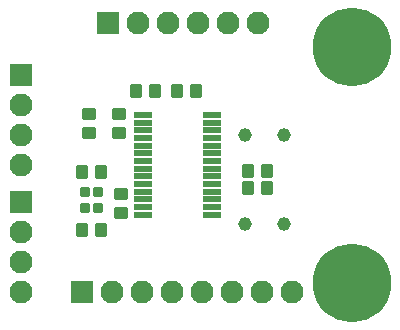
<source format=gts>
G04*
G04 #@! TF.GenerationSoftware,Altium Limited,Altium Designer,24.10.1 (45)*
G04*
G04 Layer_Color=8388736*
%FSLAX25Y25*%
%MOIN*%
G70*
G04*
G04 #@! TF.SameCoordinates,420246D5-23F9-42E6-AD95-1A962FCA9351*
G04*
G04*
G04 #@! TF.FilePolarity,Negative*
G04*
G01*
G75*
G04:AMPARAMS|DCode=21|XSize=35.43mil|YSize=31.5mil|CornerRadius=5.41mil|HoleSize=0mil|Usage=FLASHONLY|Rotation=270.000|XOffset=0mil|YOffset=0mil|HoleType=Round|Shape=RoundedRectangle|*
%AMROUNDEDRECTD21*
21,1,0.03543,0.02067,0,0,270.0*
21,1,0.02461,0.03150,0,0,270.0*
1,1,0.01083,-0.01034,-0.01230*
1,1,0.01083,-0.01034,0.01230*
1,1,0.01083,0.01034,0.01230*
1,1,0.01083,0.01034,-0.01230*
%
%ADD21ROUNDEDRECTD21*%
G04:AMPARAMS|DCode=22|XSize=49.21mil|YSize=41.34mil|CornerRadius=5.61mil|HoleSize=0mil|Usage=FLASHONLY|Rotation=180.000|XOffset=0mil|YOffset=0mil|HoleType=Round|Shape=RoundedRectangle|*
%AMROUNDEDRECTD22*
21,1,0.04921,0.03012,0,0,180.0*
21,1,0.03799,0.04134,0,0,180.0*
1,1,0.01122,-0.01900,0.01506*
1,1,0.01122,0.01900,0.01506*
1,1,0.01122,0.01900,-0.01506*
1,1,0.01122,-0.01900,-0.01506*
%
%ADD22ROUNDEDRECTD22*%
G04:AMPARAMS|DCode=23|XSize=49.21mil|YSize=41.34mil|CornerRadius=6.5mil|HoleSize=0mil|Usage=FLASHONLY|Rotation=90.000|XOffset=0mil|YOffset=0mil|HoleType=Round|Shape=RoundedRectangle|*
%AMROUNDEDRECTD23*
21,1,0.04921,0.02835,0,0,90.0*
21,1,0.03622,0.04134,0,0,90.0*
1,1,0.01299,0.01417,0.01811*
1,1,0.01299,0.01417,-0.01811*
1,1,0.01299,-0.01417,-0.01811*
1,1,0.01299,-0.01417,0.01811*
%
%ADD23ROUNDEDRECTD23*%
G04:AMPARAMS|DCode=24|XSize=49.21mil|YSize=41.34mil|CornerRadius=5.61mil|HoleSize=0mil|Usage=FLASHONLY|Rotation=90.000|XOffset=0mil|YOffset=0mil|HoleType=Round|Shape=RoundedRectangle|*
%AMROUNDEDRECTD24*
21,1,0.04921,0.03012,0,0,90.0*
21,1,0.03799,0.04134,0,0,90.0*
1,1,0.01122,0.01506,0.01900*
1,1,0.01122,0.01506,-0.01900*
1,1,0.01122,-0.01506,-0.01900*
1,1,0.01122,-0.01506,0.01900*
%
%ADD24ROUNDEDRECTD24*%
G04:AMPARAMS|DCode=25|XSize=62.99mil|YSize=19.68mil|CornerRadius=3.94mil|HoleSize=0mil|Usage=FLASHONLY|Rotation=0.000|XOffset=0mil|YOffset=0mil|HoleType=Round|Shape=RoundedRectangle|*
%AMROUNDEDRECTD25*
21,1,0.06299,0.01181,0,0,0.0*
21,1,0.05512,0.01968,0,0,0.0*
1,1,0.00787,0.02756,-0.00591*
1,1,0.00787,-0.02756,-0.00591*
1,1,0.00787,-0.02756,0.00591*
1,1,0.00787,0.02756,0.00591*
%
%ADD25ROUNDEDRECTD25*%
G04:AMPARAMS|DCode=26|XSize=49.21mil|YSize=41.34mil|CornerRadius=6.5mil|HoleSize=0mil|Usage=FLASHONLY|Rotation=180.000|XOffset=0mil|YOffset=0mil|HoleType=Round|Shape=RoundedRectangle|*
%AMROUNDEDRECTD26*
21,1,0.04921,0.02835,0,0,180.0*
21,1,0.03622,0.04134,0,0,180.0*
1,1,0.01299,-0.01811,0.01417*
1,1,0.01299,0.01811,0.01417*
1,1,0.01299,0.01811,-0.01417*
1,1,0.01299,-0.01811,-0.01417*
%
%ADD26ROUNDEDRECTD26*%
%ADD27C,0.04528*%
%ADD28C,0.07677*%
%ADD29R,0.07677X0.07677*%
%ADD30R,0.07677X0.07677*%
%ADD31C,0.26181*%
D21*
X33268Y46063D02*
D03*
Y40551D02*
D03*
X37598D02*
D03*
Y46063D02*
D03*
D22*
X34449Y65748D02*
D03*
Y72047D02*
D03*
X45276Y45276D02*
D03*
Y38976D02*
D03*
D23*
X32283Y52756D02*
D03*
X38583D02*
D03*
X32283Y33465D02*
D03*
X38583D02*
D03*
D24*
X87402Y53150D02*
D03*
X93701D02*
D03*
X87402Y47244D02*
D03*
X93701D02*
D03*
X63779Y79724D02*
D03*
X70079D02*
D03*
X56299D02*
D03*
X50000D02*
D03*
D25*
X75394Y71752D02*
D03*
Y69193D02*
D03*
Y66634D02*
D03*
Y64075D02*
D03*
Y61516D02*
D03*
Y58957D02*
D03*
Y56398D02*
D03*
Y53839D02*
D03*
Y51279D02*
D03*
Y48720D02*
D03*
Y46161D02*
D03*
Y43602D02*
D03*
Y41043D02*
D03*
Y38484D02*
D03*
X52559D02*
D03*
Y41043D02*
D03*
Y43602D02*
D03*
Y46161D02*
D03*
Y48720D02*
D03*
Y51279D02*
D03*
Y53839D02*
D03*
Y56398D02*
D03*
Y58957D02*
D03*
Y61516D02*
D03*
Y64075D02*
D03*
Y66634D02*
D03*
Y69193D02*
D03*
Y71752D02*
D03*
D26*
X44291Y72047D02*
D03*
Y65748D02*
D03*
D27*
X99410Y64961D02*
D03*
X86614D02*
D03*
Y35433D02*
D03*
X99410D02*
D03*
D28*
X90945Y102362D02*
D03*
X80945D02*
D03*
X70945D02*
D03*
X50945D02*
D03*
X60945D02*
D03*
X82165Y12559D02*
D03*
X72165D02*
D03*
X62165D02*
D03*
X42165D02*
D03*
X52165D02*
D03*
X92165D02*
D03*
X102165D02*
D03*
X11811Y54882D02*
D03*
Y74882D02*
D03*
Y64882D02*
D03*
Y12559D02*
D03*
Y32559D02*
D03*
Y22559D02*
D03*
D29*
X40945Y102362D02*
D03*
X32165Y12559D02*
D03*
D30*
X11811Y84882D02*
D03*
Y42559D02*
D03*
D31*
X122047Y15748D02*
D03*
Y94488D02*
D03*
M02*

</source>
